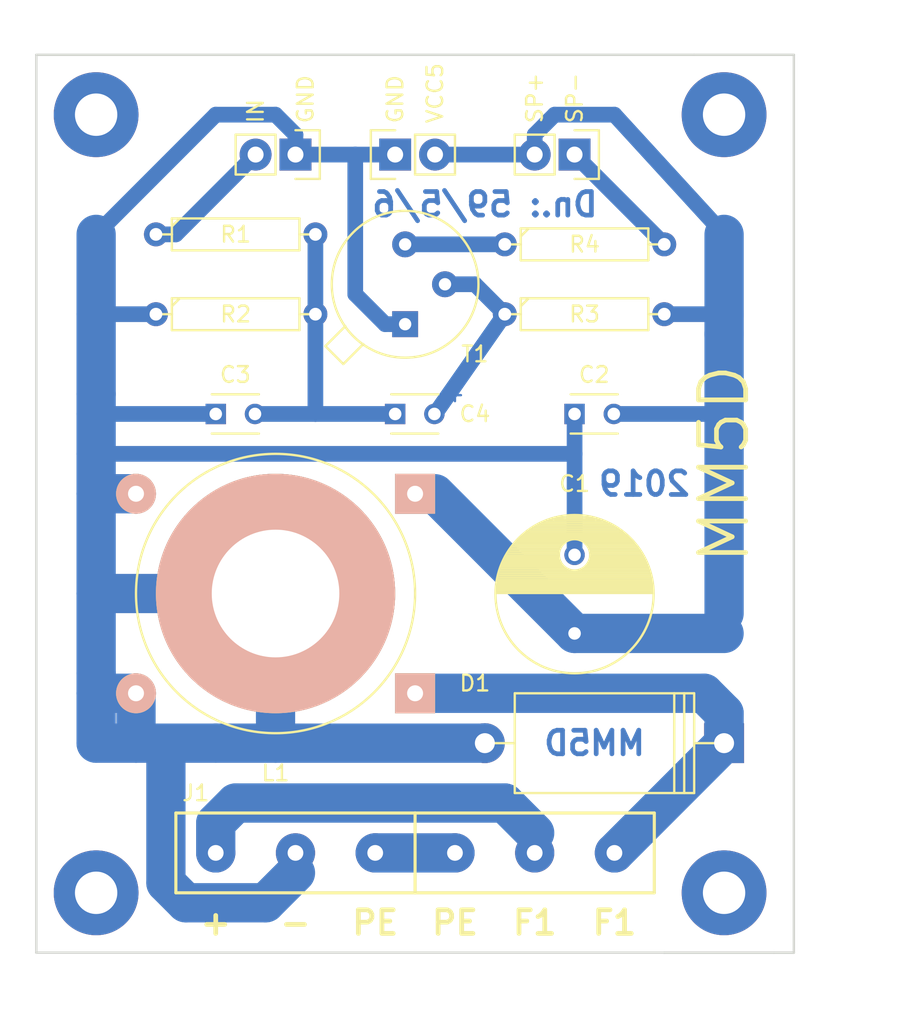
<source format=kicad_pcb>
(kicad_pcb (version 4) (host pcbnew 4.0.5+dfsg1-4)

  (general
    (links 0)
    (no_connects 0)
    (area 109.862857 65.015713 178.029999 132.240001)
    (thickness 1.6)
    (drawings 34)
    (tracks 74)
    (zones 0)
    (modules 24)
    (nets 1)
  )

  (page A4)
  (title_block
    (title "MM5D controlling and remote monitoring equipment")
    (date 2019-11-01)
    (rev 191101)
    (company "Pozsar Zsolt - http://www.szerafingomba.hu")
    (comment 4 "Draw no.: 59/5/6")
  )

  (layers
    (0 F.Cu signal)
    (31 B.Cu jumper)
    (32 B.Adhes user)
    (33 F.Adhes user)
    (34 B.Paste user)
    (35 F.Paste user)
    (36 B.SilkS user)
    (37 F.SilkS user)
    (38 B.Mask user)
    (39 F.Mask user)
    (40 Dwgs.User user)
    (41 Cmts.User user)
    (42 Eco1.User user)
    (43 Eco2.User user)
    (44 Edge.Cuts user)
    (45 Margin user)
    (46 B.CrtYd user)
    (47 F.CrtYd user)
    (48 B.Fab user)
    (49 F.Fab user)
  )

  (setup
    (last_trace_width 0.25)
    (user_trace_width 1)
    (user_trace_width 2.5)
    (trace_clearance 0.2)
    (zone_clearance 0.508)
    (zone_45_only no)
    (trace_min 0.2)
    (segment_width 0.2)
    (edge_width 0.15)
    (via_size 0.6)
    (via_drill 0.4)
    (via_min_size 0.4)
    (via_min_drill 0.3)
    (uvia_size 0.3)
    (uvia_drill 0.1)
    (uvias_allowed no)
    (uvia_min_size 0.2)
    (uvia_min_drill 0.1)
    (pcb_text_width 0.3)
    (pcb_text_size 1.5 1.5)
    (mod_edge_width 0.15)
    (mod_text_size 1 1)
    (mod_text_width 0.15)
    (pad_size 2.49936 2.49936)
    (pad_drill 1.00076)
    (pad_to_mask_clearance 0.2)
    (aux_axis_origin 0 0)
    (visible_elements 7FFEFF7F)
    (pcbplotparams
      (layerselection 0x00020_00000000)
      (usegerberextensions false)
      (excludeedgelayer false)
      (linewidth 0.150000)
      (plotframeref true)
      (viasonmask false)
      (mode 1)
      (useauxorigin false)
      (hpglpennumber 1)
      (hpglpenspeed 20)
      (hpglpendiameter 15)
      (hpglpenoverlay 2)
      (psnegative false)
      (psa4output false)
      (plotreference true)
      (plotvalue false)
      (plotinvisibletext false)
      (padsonsilk false)
      (subtractmaskfromsilk false)
      (outputformat 4)
      (mirror false)
      (drillshape 1)
      (scaleselection 1)
      (outputdirectory ""))
  )

  (net 0 "")

  (net_class Default "This is the default net class."
    (clearance 0.2)
    (trace_width 0.25)
    (via_dia 0.6)
    (via_drill 0.4)
    (uvia_dia 0.3)
    (uvia_drill 0.1)
  )

  (module Wire_Pads:SolderWirePad_single_1mmDrill (layer F.Cu) (tedit 5E483574) (tstamp 5E4F1990)
    (at 149.86 119.38)
    (fp_text reference REF** (at 0 -3.81) (layer F.SilkS) hide
      (effects (font (size 1 1) (thickness 0.15)))
    )
    (fp_text value SolderWirePad_single_1mmDrill (at -1.905 3.175) (layer F.Fab)
      (effects (font (size 1 1) (thickness 0.15)))
    )
    (pad 2 thru_hole circle (at 0 0) (size 2.49936 2.49936) (drill 1.00076) (layers *.Cu *.Mask))
  )

  (module Wire_Pads:SolderWirePad_single_1mmDrill (layer F.Cu) (tedit 5E4834AB) (tstamp 5E4F198C)
    (at 144.78 119.38)
    (fp_text reference REF** (at 0 -3.81) (layer F.SilkS) hide
      (effects (font (size 1 1) (thickness 0.15)))
    )
    (fp_text value SolderWirePad_single_1mmDrill (at -1.905 3.175) (layer F.Fab)
      (effects (font (size 1 1) (thickness 0.15)))
    )
    (pad 1 thru_hole circle (at 0 0) (size 2.49936 2.49936) (drill 1.00076) (layers *.Cu *.Mask))
  )

  (module Wire_Pads:SolderWirePad_single_1mmDrill (layer F.Cu) (tedit 5E48357A) (tstamp 5E4F1988)
    (at 154.94 119.38)
    (fp_text reference REF** (at 0 -3.81) (layer F.SilkS) hide
      (effects (font (size 1 1) (thickness 0.15)))
    )
    (fp_text value SolderWirePad_single_1mmDrill (at -1.905 3.175) (layer F.Fab)
      (effects (font (size 1 1) (thickness 0.15)))
    )
    (pad 3 thru_hole circle (at 0 0) (size 2.49936 2.49936) (drill 1.00076) (layers *.Cu *.Mask))
  )

  (module Wire_Pads:SolderWirePad_single_1mmDrill (layer F.Cu) (tedit 5E4834A7) (tstamp 5E4F1984)
    (at 139.7 119.38)
    (fp_text reference REF** (at 0 -3.81) (layer F.SilkS) hide
      (effects (font (size 1 1) (thickness 0.15)))
    )
    (fp_text value SolderWirePad_single_1mmDrill (at -1.905 3.175) (layer F.Fab)
      (effects (font (size 1 1) (thickness 0.15)))
    )
    (pad 3 thru_hole circle (at 0 0) (size 2.49936 2.49936) (drill 1.00076) (layers *.Cu *.Mask))
  )

  (module Wire_Pads:SolderWirePad_single_1mmDrill (layer F.Cu) (tedit 5E4834A3) (tstamp 5E4F1980)
    (at 134.62 119.38)
    (fp_text reference REF** (at 0 -3.81) (layer F.SilkS) hide
      (effects (font (size 1 1) (thickness 0.15)))
    )
    (fp_text value SolderWirePad_single_1mmDrill (at -1.905 3.175) (layer F.Fab)
      (effects (font (size 1 1) (thickness 0.15)))
    )
    (pad 2 thru_hole circle (at 0 0) (size 2.49936 2.49936) (drill 1.00076) (layers *.Cu *.Mask))
  )

  (module Pin_Headers:Pin_Header_Straight_1x02 (layer F.Cu) (tedit 5E482567) (tstamp 5E4823B8)
    (at 152.4 74.93 270)
    (descr "Through hole pin header")
    (tags "pin header")
    (fp_text reference REF** (at 0 -5.1 270) (layer F.SilkS) hide
      (effects (font (size 1 1) (thickness 0.15)))
    )
    (fp_text value Pin_Header_Straight_1x02 (at 0 -3.1 270) (layer F.Fab)
      (effects (font (size 1 1) (thickness 0.15)))
    )
    (fp_line (start 1.27 1.27) (end 1.27 3.81) (layer F.SilkS) (width 0.15))
    (fp_line (start 1.55 -1.55) (end 1.55 0) (layer F.SilkS) (width 0.15))
    (fp_line (start -1.75 -1.75) (end -1.75 4.3) (layer F.CrtYd) (width 0.05))
    (fp_line (start 1.75 -1.75) (end 1.75 4.3) (layer F.CrtYd) (width 0.05))
    (fp_line (start -1.75 -1.75) (end 1.75 -1.75) (layer F.CrtYd) (width 0.05))
    (fp_line (start -1.75 4.3) (end 1.75 4.3) (layer F.CrtYd) (width 0.05))
    (fp_line (start 1.27 1.27) (end -1.27 1.27) (layer F.SilkS) (width 0.15))
    (fp_line (start -1.55 0) (end -1.55 -1.55) (layer F.SilkS) (width 0.15))
    (fp_line (start -1.55 -1.55) (end 1.55 -1.55) (layer F.SilkS) (width 0.15))
    (fp_line (start -1.27 1.27) (end -1.27 3.81) (layer F.SilkS) (width 0.15))
    (fp_line (start -1.27 3.81) (end 1.27 3.81) (layer F.SilkS) (width 0.15))
    (pad 1 thru_hole rect (at 0 0 270) (size 2.032 2.032) (drill 1.016) (layers *.Cu *.Mask))
    (pad 2 thru_hole oval (at 0 2.54 270) (size 2.032 2.032) (drill 1.016) (layers *.Cu *.Mask))
    (model Pin_Headers.3dshapes/Pin_Header_Straight_1x02.wrl
      (at (xyz 0 -0.05 0))
      (scale (xyz 1 1 1))
      (rotate (xyz 0 0 90))
    )
  )

  (module Pin_Headers:Pin_Header_Straight_1x02 (layer F.Cu) (tedit 5E48256C) (tstamp 5E4823A8)
    (at 140.97 74.93 90)
    (descr "Through hole pin header")
    (tags "pin header")
    (fp_text reference REF** (at 0 -5.1 90) (layer F.SilkS) hide
      (effects (font (size 1 1) (thickness 0.15)))
    )
    (fp_text value Pin_Header_Straight_1x02 (at 0 -3.1 90) (layer F.Fab)
      (effects (font (size 1 1) (thickness 0.15)))
    )
    (fp_line (start 1.27 1.27) (end 1.27 3.81) (layer F.SilkS) (width 0.15))
    (fp_line (start 1.55 -1.55) (end 1.55 0) (layer F.SilkS) (width 0.15))
    (fp_line (start -1.75 -1.75) (end -1.75 4.3) (layer F.CrtYd) (width 0.05))
    (fp_line (start 1.75 -1.75) (end 1.75 4.3) (layer F.CrtYd) (width 0.05))
    (fp_line (start -1.75 -1.75) (end 1.75 -1.75) (layer F.CrtYd) (width 0.05))
    (fp_line (start -1.75 4.3) (end 1.75 4.3) (layer F.CrtYd) (width 0.05))
    (fp_line (start 1.27 1.27) (end -1.27 1.27) (layer F.SilkS) (width 0.15))
    (fp_line (start -1.55 0) (end -1.55 -1.55) (layer F.SilkS) (width 0.15))
    (fp_line (start -1.55 -1.55) (end 1.55 -1.55) (layer F.SilkS) (width 0.15))
    (fp_line (start -1.27 1.27) (end -1.27 3.81) (layer F.SilkS) (width 0.15))
    (fp_line (start -1.27 3.81) (end 1.27 3.81) (layer F.SilkS) (width 0.15))
    (pad 1 thru_hole rect (at 0 0 90) (size 2.032 2.032) (drill 1.016) (layers *.Cu *.Mask))
    (pad 2 thru_hole oval (at 0 2.54 90) (size 2.032 2.032) (drill 1.016) (layers *.Cu *.Mask))
    (model Pin_Headers.3dshapes/Pin_Header_Straight_1x02.wrl
      (at (xyz 0 -0.05 0))
      (scale (xyz 1 1 1))
      (rotate (xyz 0 0 90))
    )
  )

  (module Mounting_Holes:MountingHole_2.7mm_M2.5_Pad (layer F.Cu) (tedit 5D986516) (tstamp 5D95109B)
    (at 121.92 121.92)
    (descr "Mounting Hole 2.7mm, M2.5")
    (tags "mounting hole 2.7mm m2.5")
    (fp_text reference REF** (at 0 -6.35) (layer F.SilkS) hide
      (effects (font (size 1 1) (thickness 0.15)))
    )
    (fp_text value MountingHole_2.7mm_M2.5_Pad (at 0 -8.89) (layer F.Fab) hide
      (effects (font (size 1 1) (thickness 0.15)))
    )
    (fp_circle (center 0 0) (end 2.7 0) (layer Cmts.User) (width 0.15))
    (fp_circle (center 0 0) (end 2.95 0) (layer F.CrtYd) (width 0.05))
    (pad 1 thru_hole circle (at 0 0) (size 5.4 5.4) (drill 2.7) (layers *.Cu *.Mask))
  )

  (module Mounting_Holes:MountingHole_2.7mm_M2.5_Pad (layer F.Cu) (tedit 5D9864FF) (tstamp 5D951091)
    (at 161.925 121.92)
    (descr "Mounting Hole 2.7mm, M2.5")
    (tags "mounting hole 2.7mm m2.5")
    (fp_text reference REF** (at 0 -6.35) (layer F.SilkS) hide
      (effects (font (size 1 1) (thickness 0.15)))
    )
    (fp_text value MountingHole_2.7mm_M2.5_Pad (at 0 -8.89) (layer F.Fab) hide
      (effects (font (size 1 1) (thickness 0.15)))
    )
    (fp_circle (center 0 0) (end 2.7 0) (layer Cmts.User) (width 0.15))
    (fp_circle (center 0 0) (end 2.95 0) (layer F.CrtYd) (width 0.05))
    (pad 1 thru_hole circle (at 0 0) (size 5.4 5.4) (drill 2.7) (layers *.Cu *.Mask))
  )

  (module Mounting_Holes:MountingHole_2.7mm_M2.5_Pad (layer F.Cu) (tedit 5D98654C) (tstamp 5D9510AB)
    (at 161.925 72.39)
    (descr "Mounting Hole 2.7mm, M2.5")
    (tags "mounting hole 2.7mm m2.5")
    (fp_text reference REF** (at 0 5.715) (layer F.SilkS) hide
      (effects (font (size 1 1) (thickness 0.15)))
    )
    (fp_text value MountingHole_2.7mm_M2.5_Pad (at 0 8.255) (layer F.Fab) hide
      (effects (font (size 1 1) (thickness 0.15)))
    )
    (fp_circle (center 0 0) (end 2.7 0) (layer Cmts.User) (width 0.15))
    (fp_circle (center 0 0) (end 2.95 0) (layer F.CrtYd) (width 0.05))
    (pad 1 thru_hole circle (at 0 0) (size 5.4 5.4) (drill 2.7) (layers *.Cu *.Mask))
  )

  (module Mounting_Holes:MountingHole_2.7mm_M2.5_Pad (layer F.Cu) (tedit 5D98949B) (tstamp 5D9510B8)
    (at 121.92 72.39)
    (descr "Mounting Hole 2.7mm, M2.5")
    (tags "mounting hole 2.7mm m2.5")
    (fp_text reference REF** (at 0 5.715) (layer F.SilkS) hide
      (effects (font (size 1 1) (thickness 0.15)))
    )
    (fp_text value MountingHole_2.7mm_M2.5_Pad (at 0.635 8.255) (layer F.Fab) hide
      (effects (font (size 1 1) (thickness 0.15)))
    )
    (fp_circle (center 0 0) (end 2.7 0) (layer Cmts.User) (width 0.15))
    (fp_circle (center 0 0) (end 2.95 0) (layer F.CrtYd) (width 0.05))
    (pad 1 thru_hole circle (at 0 0) (size 5.4 5.4) (drill 2.7) (layers *.Cu *.Mask))
  )

  (module Pin_Headers:Pin_Header_Straight_1x02 (layer F.Cu) (tedit 5E482572) (tstamp 5D9922CC)
    (at 134.62 74.93 270)
    (descr "Through hole pin header")
    (tags "pin header")
    (fp_text reference REF** (at 0 -5.1 270) (layer F.SilkS) hide
      (effects (font (size 1 1) (thickness 0.15)))
    )
    (fp_text value Pin_Header_Straight_1x02 (at 0 -3.1 270) (layer F.Fab)
      (effects (font (size 1 1) (thickness 0.15)))
    )
    (fp_line (start 1.27 1.27) (end 1.27 3.81) (layer F.SilkS) (width 0.15))
    (fp_line (start 1.55 -1.55) (end 1.55 0) (layer F.SilkS) (width 0.15))
    (fp_line (start -1.75 -1.75) (end -1.75 4.3) (layer F.CrtYd) (width 0.05))
    (fp_line (start 1.75 -1.75) (end 1.75 4.3) (layer F.CrtYd) (width 0.05))
    (fp_line (start -1.75 -1.75) (end 1.75 -1.75) (layer F.CrtYd) (width 0.05))
    (fp_line (start -1.75 4.3) (end 1.75 4.3) (layer F.CrtYd) (width 0.05))
    (fp_line (start 1.27 1.27) (end -1.27 1.27) (layer F.SilkS) (width 0.15))
    (fp_line (start -1.55 0) (end -1.55 -1.55) (layer F.SilkS) (width 0.15))
    (fp_line (start -1.55 -1.55) (end 1.55 -1.55) (layer F.SilkS) (width 0.15))
    (fp_line (start -1.27 1.27) (end -1.27 3.81) (layer F.SilkS) (width 0.15))
    (fp_line (start -1.27 3.81) (end 1.27 3.81) (layer F.SilkS) (width 0.15))
    (pad 1 thru_hole rect (at 0 0 270) (size 2.032 2.032) (drill 1.016) (layers *.Cu *.Mask))
    (pad 2 thru_hole oval (at 0 2.54 270) (size 2.032 2.032) (drill 1.016) (layers *.Cu *.Mask))
    (model Pin_Headers.3dshapes/Pin_Header_Straight_1x02.wrl
      (at (xyz 0 -0.05 0))
      (scale (xyz 1 1 1))
      (rotate (xyz 0 0 90))
    )
  )

  (module Discret:R4 (layer F.Cu) (tedit 5E48379F) (tstamp 5E4B34B1)
    (at 153.035 80.645)
    (descr "Resitance 4 pas")
    (tags R)
    (fp_text reference R4 (at 0 0) (layer F.SilkS)
      (effects (font (size 1 1) (thickness 0.15)))
    )
    (fp_text value R4 (at 0 0) (layer F.Fab)
      (effects (font (size 1 1) (thickness 0.15)))
    )
    (fp_line (start -5.08 0) (end -4.064 0) (layer F.SilkS) (width 0.15))
    (fp_line (start -4.064 0) (end -4.064 -1.016) (layer F.SilkS) (width 0.15))
    (fp_line (start -4.064 -1.016) (end 4.064 -1.016) (layer F.SilkS) (width 0.15))
    (fp_line (start 4.064 -1.016) (end 4.064 1.016) (layer F.SilkS) (width 0.15))
    (fp_line (start 4.064 1.016) (end -4.064 1.016) (layer F.SilkS) (width 0.15))
    (fp_line (start -4.064 1.016) (end -4.064 0) (layer F.SilkS) (width 0.15))
    (fp_line (start -4.064 -0.508) (end -3.556 -1.016) (layer F.SilkS) (width 0.15))
    (fp_line (start 5.08 0) (end 4.064 0) (layer F.SilkS) (width 0.15))
    (pad 1 thru_hole circle (at -5.08 0) (size 1.524 1.524) (drill 0.8128) (layers *.Cu *.Mask))
    (pad 2 thru_hole circle (at 5.08 0) (size 1.524 1.524) (drill 0.8128) (layers *.Cu *.Mask))
    (model Discret.3dshapes/R4.wrl
      (at (xyz 0 0 0))
      (scale (xyz 0.4 0.4 0.4))
      (rotate (xyz 0 0 0))
    )
  )

  (module Discret:R4 (layer F.Cu) (tedit 5E483788) (tstamp 5E4B34CC)
    (at 130.81 80.01)
    (descr "Resitance 4 pas")
    (tags R)
    (fp_text reference R1 (at 0 0) (layer F.SilkS)
      (effects (font (size 1 1) (thickness 0.15)))
    )
    (fp_text value R4 (at 0 0) (layer F.Fab)
      (effects (font (size 1 1) (thickness 0.15)))
    )
    (fp_line (start -5.08 0) (end -4.064 0) (layer F.SilkS) (width 0.15))
    (fp_line (start -4.064 0) (end -4.064 -1.016) (layer F.SilkS) (width 0.15))
    (fp_line (start -4.064 -1.016) (end 4.064 -1.016) (layer F.SilkS) (width 0.15))
    (fp_line (start 4.064 -1.016) (end 4.064 1.016) (layer F.SilkS) (width 0.15))
    (fp_line (start 4.064 1.016) (end -4.064 1.016) (layer F.SilkS) (width 0.15))
    (fp_line (start -4.064 1.016) (end -4.064 0) (layer F.SilkS) (width 0.15))
    (fp_line (start -4.064 -0.508) (end -3.556 -1.016) (layer F.SilkS) (width 0.15))
    (fp_line (start 5.08 0) (end 4.064 0) (layer F.SilkS) (width 0.15))
    (pad 1 thru_hole circle (at -5.08 0) (size 1.524 1.524) (drill 0.8128) (layers *.Cu *.Mask))
    (pad 2 thru_hole circle (at 5.08 0) (size 1.524 1.524) (drill 0.8128) (layers *.Cu *.Mask))
    (model Discret.3dshapes/R4.wrl
      (at (xyz 0 0 0))
      (scale (xyz 0.4 0.4 0.4))
      (rotate (xyz 0 0 0))
    )
  )

  (module Discret:R4 (layer F.Cu) (tedit 5E48378C) (tstamp 5E4B34E7)
    (at 130.81 85.09)
    (descr "Resitance 4 pas")
    (tags R)
    (fp_text reference R2 (at 0 0) (layer F.SilkS)
      (effects (font (size 1 1) (thickness 0.15)))
    )
    (fp_text value R4 (at 0 0) (layer F.Fab)
      (effects (font (size 1 1) (thickness 0.15)))
    )
    (fp_line (start -5.08 0) (end -4.064 0) (layer F.SilkS) (width 0.15))
    (fp_line (start -4.064 0) (end -4.064 -1.016) (layer F.SilkS) (width 0.15))
    (fp_line (start -4.064 -1.016) (end 4.064 -1.016) (layer F.SilkS) (width 0.15))
    (fp_line (start 4.064 -1.016) (end 4.064 1.016) (layer F.SilkS) (width 0.15))
    (fp_line (start 4.064 1.016) (end -4.064 1.016) (layer F.SilkS) (width 0.15))
    (fp_line (start -4.064 1.016) (end -4.064 0) (layer F.SilkS) (width 0.15))
    (fp_line (start -4.064 -0.508) (end -3.556 -1.016) (layer F.SilkS) (width 0.15))
    (fp_line (start 5.08 0) (end 4.064 0) (layer F.SilkS) (width 0.15))
    (pad 1 thru_hole circle (at -5.08 0) (size 1.524 1.524) (drill 0.8128) (layers *.Cu *.Mask))
    (pad 2 thru_hole circle (at 5.08 0) (size 1.524 1.524) (drill 0.8128) (layers *.Cu *.Mask))
    (model Discret.3dshapes/R4.wrl
      (at (xyz 0 0 0))
      (scale (xyz 0.4 0.4 0.4))
      (rotate (xyz 0 0 0))
    )
  )

  (module Discret:R4 (layer F.Cu) (tedit 5E48379B) (tstamp 5E4B3502)
    (at 153.035 85.09)
    (descr "Resitance 4 pas")
    (tags R)
    (fp_text reference R3 (at 0 0) (layer F.SilkS)
      (effects (font (size 1 1) (thickness 0.15)))
    )
    (fp_text value R4 (at 0 0) (layer F.Fab)
      (effects (font (size 1 1) (thickness 0.15)))
    )
    (fp_line (start -5.08 0) (end -4.064 0) (layer F.SilkS) (width 0.15))
    (fp_line (start -4.064 0) (end -4.064 -1.016) (layer F.SilkS) (width 0.15))
    (fp_line (start -4.064 -1.016) (end 4.064 -1.016) (layer F.SilkS) (width 0.15))
    (fp_line (start 4.064 -1.016) (end 4.064 1.016) (layer F.SilkS) (width 0.15))
    (fp_line (start 4.064 1.016) (end -4.064 1.016) (layer F.SilkS) (width 0.15))
    (fp_line (start -4.064 1.016) (end -4.064 0) (layer F.SilkS) (width 0.15))
    (fp_line (start -4.064 -0.508) (end -3.556 -1.016) (layer F.SilkS) (width 0.15))
    (fp_line (start 5.08 0) (end 4.064 0) (layer F.SilkS) (width 0.15))
    (pad 1 thru_hole circle (at -5.08 0) (size 1.524 1.524) (drill 0.8128) (layers *.Cu *.Mask))
    (pad 2 thru_hole circle (at 5.08 0) (size 1.524 1.524) (drill 0.8128) (layers *.Cu *.Mask))
    (model Discret.3dshapes/R4.wrl
      (at (xyz 0 0 0))
      (scale (xyz 0.4 0.4 0.4))
      (rotate (xyz 0 0 0))
    )
  )

  (module Capacitors_THT:C_Disc_D3_P2.5 (layer F.Cu) (tedit 5E48374E) (tstamp 5E4B438A)
    (at 129.54 91.44)
    (descr "Capacitor 3mm Disc, Pitch 2.5mm")
    (tags Capacitor)
    (fp_text reference C3 (at 1.25 -2.5) (layer F.SilkS)
      (effects (font (size 1 1) (thickness 0.15)))
    )
    (fp_text value C_Disc_D3_P2.5 (at 1.25 2.5) (layer F.Fab)
      (effects (font (size 1 1) (thickness 0.15)))
    )
    (fp_line (start -0.9 -1.5) (end 3.4 -1.5) (layer F.CrtYd) (width 0.05))
    (fp_line (start 3.4 -1.5) (end 3.4 1.5) (layer F.CrtYd) (width 0.05))
    (fp_line (start 3.4 1.5) (end -0.9 1.5) (layer F.CrtYd) (width 0.05))
    (fp_line (start -0.9 1.5) (end -0.9 -1.5) (layer F.CrtYd) (width 0.05))
    (fp_line (start -0.25 -1.25) (end 2.75 -1.25) (layer F.SilkS) (width 0.15))
    (fp_line (start 2.75 1.25) (end -0.25 1.25) (layer F.SilkS) (width 0.15))
    (pad 1 thru_hole rect (at 0 0) (size 1.3 1.3) (drill 0.8) (layers *.Cu *.Mask))
    (pad 2 thru_hole circle (at 2.5 0) (size 1.3 1.3) (drill 0.8001) (layers *.Cu *.Mask))
    (model Capacitors_ThroughHole.3dshapes/C_Disc_D3_P2.5.wrl
      (at (xyz 0.0492126 0 0))
      (scale (xyz 1 1 1))
      (rotate (xyz 0 0 0))
    )
  )

  (module Capacitors_THT:C_Disc_D3_P2.5 (layer F.Cu) (tedit 5E483765) (tstamp 5E4B43A1)
    (at 152.4 91.44)
    (descr "Capacitor 3mm Disc, Pitch 2.5mm")
    (tags Capacitor)
    (fp_text reference C2 (at 1.25 -2.5) (layer F.SilkS)
      (effects (font (size 1 1) (thickness 0.15)))
    )
    (fp_text value C_Disc_D3_P2.5 (at 1.25 2.5) (layer F.Fab)
      (effects (font (size 1 1) (thickness 0.15)))
    )
    (fp_line (start -0.9 -1.5) (end 3.4 -1.5) (layer F.CrtYd) (width 0.05))
    (fp_line (start 3.4 -1.5) (end 3.4 1.5) (layer F.CrtYd) (width 0.05))
    (fp_line (start 3.4 1.5) (end -0.9 1.5) (layer F.CrtYd) (width 0.05))
    (fp_line (start -0.9 1.5) (end -0.9 -1.5) (layer F.CrtYd) (width 0.05))
    (fp_line (start -0.25 -1.25) (end 2.75 -1.25) (layer F.SilkS) (width 0.15))
    (fp_line (start 2.75 1.25) (end -0.25 1.25) (layer F.SilkS) (width 0.15))
    (pad 1 thru_hole rect (at 0 0) (size 1.3 1.3) (drill 0.8) (layers *.Cu *.Mask))
    (pad 2 thru_hole circle (at 2.5 0) (size 1.3 1.3) (drill 0.8001) (layers *.Cu *.Mask))
    (model Capacitors_ThroughHole.3dshapes/C_Disc_D3_P2.5.wrl
      (at (xyz 0.0492126 0 0))
      (scale (xyz 1 1 1))
      (rotate (xyz 0 0 0))
    )
  )

  (module TO_SOT_Packages_THT:TO39EBC (layer F.Cu) (tedit 5E483733) (tstamp 5E4B7301)
    (at 141.605 85.725 90)
    (descr "Transistor TO38")
    (tags TO38)
    (fp_text reference T1 (at -1.905 4.445 180) (layer F.SilkS)
      (effects (font (size 1 1) (thickness 0.15)))
    )
    (fp_text value TO39EBC (at 2.54 -1.778 90) (layer F.Fab)
      (effects (font (size 1 1) (thickness 0.15)))
    )
    (fp_line (start -1.27 -2.667) (end -2.54 -3.937) (layer F.SilkS) (width 0.15))
    (fp_line (start -0.127 -3.81) (end -1.397 -5.08) (layer F.SilkS) (width 0.15))
    (fp_line (start -1.397 -5.08) (end -2.54 -3.937) (layer F.SilkS) (width 0.15))
    (fp_circle (center 2.54 0) (end 5.715 3.429) (layer F.SilkS) (width 0.15))
    (pad 3 thru_hole circle (at 5.08 0 90) (size 1.651 1.651) (drill 0.7874) (layers *.Cu *.Mask))
    (pad 2 thru_hole circle (at 2.54 2.54 90) (size 1.651 1.651) (drill 0.7874) (layers *.Cu *.Mask))
    (pad 1 thru_hole rect (at 0 0 90) (size 1.651 1.651) (drill 0.7874) (layers *.Cu *.Mask))
    (model TO_SOT_Packages_THT.3dshapes/TO39EBC.wrl
      (at (xyz 0 0 0))
      (scale (xyz 1 1 1))
      (rotate (xyz 0 0 0))
    )
  )

  (module Capacitors_THT:C_Radial_D10_L20_P5 (layer F.Cu) (tedit 5E48370E) (tstamp 5E4B9133)
    (at 152.4 105.41 90)
    (descr "Radial Electrolytic Capacitor Diameter 10mm x Length 20mm, Pitch 5mm")
    (tags "Electrolytic Capacitor")
    (fp_text reference C1 (at 9.525 0 180) (layer F.SilkS)
      (effects (font (size 1 1) (thickness 0.15)))
    )
    (fp_text value C_Radial_D10_L20_P5 (at 2.5 6.3 90) (layer F.Fab)
      (effects (font (size 1 1) (thickness 0.15)))
    )
    (fp_line (start 2.575 -4.999) (end 2.575 4.999) (layer F.SilkS) (width 0.15))
    (fp_line (start 2.715 -4.995) (end 2.715 4.995) (layer F.SilkS) (width 0.15))
    (fp_line (start 2.855 -4.987) (end 2.855 4.987) (layer F.SilkS) (width 0.15))
    (fp_line (start 2.995 -4.975) (end 2.995 4.975) (layer F.SilkS) (width 0.15))
    (fp_line (start 3.135 -4.96) (end 3.135 4.96) (layer F.SilkS) (width 0.15))
    (fp_line (start 3.275 -4.94) (end 3.275 4.94) (layer F.SilkS) (width 0.15))
    (fp_line (start 3.415 -4.916) (end 3.415 4.916) (layer F.SilkS) (width 0.15))
    (fp_line (start 3.555 -4.887) (end 3.555 4.887) (layer F.SilkS) (width 0.15))
    (fp_line (start 3.695 -4.855) (end 3.695 4.855) (layer F.SilkS) (width 0.15))
    (fp_line (start 3.835 -4.818) (end 3.835 4.818) (layer F.SilkS) (width 0.15))
    (fp_line (start 3.975 -4.777) (end 3.975 4.777) (layer F.SilkS) (width 0.15))
    (fp_line (start 4.115 -4.732) (end 4.115 -0.466) (layer F.SilkS) (width 0.15))
    (fp_line (start 4.115 0.466) (end 4.115 4.732) (layer F.SilkS) (width 0.15))
    (fp_line (start 4.255 -4.682) (end 4.255 -0.667) (layer F.SilkS) (width 0.15))
    (fp_line (start 4.255 0.667) (end 4.255 4.682) (layer F.SilkS) (width 0.15))
    (fp_line (start 4.395 -4.627) (end 4.395 -0.796) (layer F.SilkS) (width 0.15))
    (fp_line (start 4.395 0.796) (end 4.395 4.627) (layer F.SilkS) (width 0.15))
    (fp_line (start 4.535 -4.567) (end 4.535 -0.885) (layer F.SilkS) (width 0.15))
    (fp_line (start 4.535 0.885) (end 4.535 4.567) (layer F.SilkS) (width 0.15))
    (fp_line (start 4.675 -4.502) (end 4.675 -0.946) (layer F.SilkS) (width 0.15))
    (fp_line (start 4.675 0.946) (end 4.675 4.502) (layer F.SilkS) (width 0.15))
    (fp_line (start 4.815 -4.432) (end 4.815 -0.983) (layer F.SilkS) (width 0.15))
    (fp_line (start 4.815 0.983) (end 4.815 4.432) (layer F.SilkS) (width 0.15))
    (fp_line (start 4.955 -4.356) (end 4.955 -0.999) (layer F.SilkS) (width 0.15))
    (fp_line (start 4.955 0.999) (end 4.955 4.356) (layer F.SilkS) (width 0.15))
    (fp_line (start 5.095 -4.274) (end 5.095 -0.995) (layer F.SilkS) (width 0.15))
    (fp_line (start 5.095 0.995) (end 5.095 4.274) (layer F.SilkS) (width 0.15))
    (fp_line (start 5.235 -4.186) (end 5.235 -0.972) (layer F.SilkS) (width 0.15))
    (fp_line (start 5.235 0.972) (end 5.235 4.186) (layer F.SilkS) (width 0.15))
    (fp_line (start 5.375 -4.091) (end 5.375 -0.927) (layer F.SilkS) (width 0.15))
    (fp_line (start 5.375 0.927) (end 5.375 4.091) (layer F.SilkS) (width 0.15))
    (fp_line (start 5.515 -3.989) (end 5.515 -0.857) (layer F.SilkS) (width 0.15))
    (fp_line (start 5.515 0.857) (end 5.515 3.989) (layer F.SilkS) (width 0.15))
    (fp_line (start 5.655 -3.879) (end 5.655 -0.756) (layer F.SilkS) (width 0.15))
    (fp_line (start 5.655 0.756) (end 5.655 3.879) (layer F.SilkS) (width 0.15))
    (fp_line (start 5.795 -3.761) (end 5.795 -0.607) (layer F.SilkS) (width 0.15))
    (fp_line (start 5.795 0.607) (end 5.795 3.761) (layer F.SilkS) (width 0.15))
    (fp_line (start 5.935 -3.633) (end 5.935 -0.355) (layer F.SilkS) (width 0.15))
    (fp_line (start 5.935 0.355) (end 5.935 3.633) (layer F.SilkS) (width 0.15))
    (fp_line (start 6.075 -3.496) (end 6.075 3.496) (layer F.SilkS) (width 0.15))
    (fp_line (start 6.215 -3.346) (end 6.215 3.346) (layer F.SilkS) (width 0.15))
    (fp_line (start 6.355 -3.184) (end 6.355 3.184) (layer F.SilkS) (width 0.15))
    (fp_line (start 6.495 -3.007) (end 6.495 3.007) (layer F.SilkS) (width 0.15))
    (fp_line (start 6.635 -2.811) (end 6.635 2.811) (layer F.SilkS) (width 0.15))
    (fp_line (start 6.775 -2.593) (end 6.775 2.593) (layer F.SilkS) (width 0.15))
    (fp_line (start 6.915 -2.347) (end 6.915 2.347) (layer F.SilkS) (width 0.15))
    (fp_line (start 7.055 -2.062) (end 7.055 2.062) (layer F.SilkS) (width 0.15))
    (fp_line (start 7.195 -1.72) (end 7.195 1.72) (layer F.SilkS) (width 0.15))
    (fp_line (start 7.335 -1.274) (end 7.335 1.274) (layer F.SilkS) (width 0.15))
    (fp_line (start 7.475 -0.499) (end 7.475 0.499) (layer F.SilkS) (width 0.15))
    (fp_circle (center 5 0) (end 5 -1) (layer F.SilkS) (width 0.15))
    (fp_circle (center 2.5 0) (end 2.5 -5.0375) (layer F.SilkS) (width 0.15))
    (fp_circle (center 2.5 0) (end 2.5 -5.3) (layer F.CrtYd) (width 0.05))
    (pad 1 thru_hole rect (at 0 0 90) (size 1.3 1.3) (drill 0.8) (layers *.Cu *.Mask))
    (pad 2 thru_hole circle (at 5 0 90) (size 1.3 1.3) (drill 0.8) (layers *.Cu *.Mask))
    (model Capacitors_ThroughHole.3dshapes/C_Radial_D10_L20_P5.wrl
      (at (xyz 0 0 0))
      (scale (xyz 1 1 1))
      (rotate (xyz 0 0 0))
    )
  )

  (module Discret:D6 (layer F.Cu) (tedit 5E48370B) (tstamp 5E4BA0F2)
    (at 154.305 112.395)
    (descr "Diode 6 pas")
    (tags DIODE)
    (fp_text reference D1 (at -8.255 -3.81) (layer F.SilkS)
      (effects (font (size 1 1) (thickness 0.15)))
    )
    (fp_text value D6 (at -0.635 -1.27) (layer F.Fab)
      (effects (font (size 1 1) (thickness 0.15)))
    )
    (fp_line (start -5.715 -3.175) (end -5.715 3.175) (layer F.SilkS) (width 0.15))
    (fp_line (start -5.715 3.175) (end 5.715 3.175) (layer F.SilkS) (width 0.15))
    (fp_line (start 5.715 3.175) (end 5.715 -3.175) (layer F.SilkS) (width 0.15))
    (fp_line (start 5.715 -3.175) (end -5.715 -3.175) (layer F.SilkS) (width 0.15))
    (fp_line (start 5.08 -3.175) (end 5.08 3.175) (layer F.SilkS) (width 0.15))
    (fp_line (start 4.445 3.175) (end 4.445 -3.175) (layer F.SilkS) (width 0.15))
    (fp_line (start 5.715 0) (end 7.62 0) (layer F.SilkS) (width 0.15))
    (fp_line (start -5.715 0) (end -7.62 0) (layer F.SilkS) (width 0.15))
    (pad 2 thru_hole circle (at -7.62 0) (size 2.54 2.54) (drill 1.27) (layers *.Cu *.Mask))
    (pad 1 thru_hole rect (at 7.62 0) (size 2.54 2.54) (drill 1.27) (layers *.Cu *.Mask))
    (model Discret.3dshapes/D6.wrl
      (at (xyz 0 0 0))
      (scale (xyz 0.6 0.6 0.6))
      (rotate (xyz 0 0 0))
    )
  )

  (module Capacitors_THT:C_Disc_D3_P2.5 (layer F.Cu) (tedit 5E483775) (tstamp 5E4BCC4D)
    (at 140.97 91.44)
    (descr "Capacitor 3mm Disc, Pitch 2.5mm")
    (tags Capacitor)
    (fp_text reference C4 (at 5.08 0) (layer F.SilkS)
      (effects (font (size 1 1) (thickness 0.15)))
    )
    (fp_text value C_Disc_D3_P2.5 (at 1.25 2.5) (layer F.Fab)
      (effects (font (size 1 1) (thickness 0.15)))
    )
    (fp_line (start -0.9 -1.5) (end 3.4 -1.5) (layer F.CrtYd) (width 0.05))
    (fp_line (start 3.4 -1.5) (end 3.4 1.5) (layer F.CrtYd) (width 0.05))
    (fp_line (start 3.4 1.5) (end -0.9 1.5) (layer F.CrtYd) (width 0.05))
    (fp_line (start -0.9 1.5) (end -0.9 -1.5) (layer F.CrtYd) (width 0.05))
    (fp_line (start -0.25 -1.25) (end 2.75 -1.25) (layer F.SilkS) (width 0.15))
    (fp_line (start 2.75 1.25) (end -0.25 1.25) (layer F.SilkS) (width 0.15))
    (pad 1 thru_hole rect (at 0 0) (size 1.3 1.3) (drill 0.8) (layers *.Cu *.Mask))
    (pad 2 thru_hole circle (at 2.5 0) (size 1.3 1.3) (drill 0.8001) (layers *.Cu *.Mask))
    (model Capacitors_ThroughHole.3dshapes/C_Disc_D3_P2.5.wrl
      (at (xyz 0.0492126 0 0))
      (scale (xyz 1 1 1))
      (rotate (xyz 0 0 0))
    )
  )

  (module Choke_Toroid_ThroughHole:Transformer_Toroid_horizontal_Diameter18mm (layer F.Cu) (tedit 5E483702) (tstamp 5E4C0AEF)
    (at 133.35 102.87)
    (fp_text reference L1 (at 0 11.43) (layer F.SilkS)
      (effects (font (size 1 1) (thickness 0.15)))
    )
    (fp_text value Transformer_Toroid_horizontal_Diameter18mm (at 0 10.16) (layer F.Fab)
      (effects (font (size 1 1) (thickness 0.15)))
    )
    (fp_circle (center 0 0) (end 8.89 0) (layer F.SilkS) (width 0.15))
    (pad "" thru_hole circle (at 0 0) (size 15.24 15.24) (drill 8.128) (layers *.Cu *.SilkS *.Mask))
    (pad 1 thru_hole circle (at -8.89 -6.35) (size 2.54 2.54) (drill 1.016) (layers *.Cu *.SilkS *.Mask))
    (pad 2 thru_hole circle (at -8.89 6.35) (size 2.54 2.54) (drill 1.016) (layers *.Cu *.SilkS *.Mask))
    (pad 3 thru_hole rect (at 8.89 -6.35) (size 2.54 2.54) (drill 1.016) (layers *.Cu *.SilkS *.Mask))
    (pad 4 thru_hole rect (at 8.89 6.35) (size 2.54 2.54) (drill 1.016) (layers *.Cu *.SilkS *.Mask))
  )

  (module Wire_Pads:SolderWirePad_single_1mmDrill (layer F.Cu) (tedit 5E48349E) (tstamp 5E4F196F)
    (at 129.54 119.38)
    (fp_text reference J1 (at -1.27 -3.81) (layer F.SilkS)
      (effects (font (size 1 1) (thickness 0.15)))
    )
    (fp_text value SolderWirePad_single_1mmDrill (at -1.905 3.175) (layer F.Fab)
      (effects (font (size 1 1) (thickness 0.15)))
    )
    (pad 1 thru_hole circle (at 0 0) (size 2.49936 2.49936) (drill 1.00076) (layers *.Cu *.Mask))
  )

  (gr_text MM5D (at 153.67 112.395) (layer B.Cu)
    (effects (font (size 1.5 1.5) (thickness 0.3)) (justify mirror))
  )
  (gr_text "Dn.: 59/5/6" (at 146.685 78.105) (layer B.Cu)
    (effects (font (size 1.5 1.5) (thickness 0.3)) (justify mirror))
  )
  (gr_text 2019 (at 156.845 95.885) (layer B.Cu)
    (effects (font (size 1.5 1.5) (thickness 0.3)) (justify mirror))
  )
  (gr_text MM5D (at 161.925 94.615 90) (layer F.SilkS)
    (effects (font (size 3 3) (thickness 0.3)))
  )
  (gr_text PE (at 144.78 123.825) (layer F.SilkS)
    (effects (font (size 1.5 1.5) (thickness 0.3)))
  )
  (gr_text F1 (at 154.94 123.825) (layer F.SilkS)
    (effects (font (size 1.5 1.5) (thickness 0.3)))
  )
  (gr_text F1 (at 149.86 123.825) (layer F.SilkS)
    (effects (font (size 1.5 1.5) (thickness 0.3)))
  )
  (gr_text PE (at 139.7 123.825) (layer F.SilkS)
    (effects (font (size 1.5 1.5) (thickness 0.3)))
  )
  (gr_text - (at 134.62 123.825) (layer F.SilkS)
    (effects (font (size 1.5 1.5) (thickness 0.3)))
  )
  (gr_text + (at 129.54 123.825) (layer F.SilkS)
    (effects (font (size 1.5 1.5) (thickness 0.3)))
  )
  (gr_line (start 157.48 121.92) (end 142.24 121.92) (angle 90) (layer F.SilkS) (width 0.2))
  (gr_line (start 157.48 116.84) (end 157.48 121.92) (angle 90) (layer F.SilkS) (width 0.2))
  (gr_line (start 142.24 116.84) (end 157.48 116.84) (angle 90) (layer F.SilkS) (width 0.2))
  (gr_line (start 127 116.84) (end 127 121.92) (angle 90) (layer F.SilkS) (width 0.2))
  (gr_line (start 142.24 116.84) (end 127 116.84) (angle 90) (layer F.SilkS) (width 0.2))
  (gr_line (start 142.24 121.92) (end 142.24 116.84) (angle 90) (layer F.SilkS) (width 0.2))
  (gr_line (start 127 121.92) (end 142.24 121.92) (angle 90) (layer F.SilkS) (width 0.2))
  (gr_text + (at 144.78 90.17) (layer B.Cu)
    (effects (font (size 1 1) (thickness 0.15)) (justify mirror))
  )
  (gr_text IN (at 132.08 73.025 90) (layer F.SilkS)
    (effects (font (size 1 1) (thickness 0.15)) (justify left))
  )
  (gr_text GND (at 135.255 73.025 90) (layer F.SilkS)
    (effects (font (size 1 1) (thickness 0.15)) (justify left))
  )
  (gr_text SP- (at 152.4 73.025 90) (layer F.SilkS)
    (effects (font (size 1 1) (thickness 0.15)) (justify left))
  )
  (gr_text SP+ (at 149.86 73.025 90) (layer F.SilkS)
    (effects (font (size 1 1) (thickness 0.15)) (justify left))
  )
  (gr_text GND (at 140.97 73.025 90) (layer F.SilkS)
    (effects (font (size 1 1) (thickness 0.15)) (justify left))
  )
  (gr_text VCC5 (at 143.51 73.025 90) (layer F.SilkS)
    (effects (font (size 1 1) (thickness 0.15)) (justify left))
  )
  (dimension 57.15 (width 0.3) (layer Dwgs.User)
    (gr_text "57,150 mm" (at 171.529999 97.155 90) (layer Dwgs.User)
      (effects (font (size 1.5 1.5) (thickness 0.3)))
    )
    (feature1 (pts (xy 166.37 68.58) (xy 172.879999 68.58)))
    (feature2 (pts (xy 166.37 125.73) (xy 172.879999 125.73)))
    (crossbar (pts (xy 170.179999 125.73) (xy 170.179999 68.58)))
    (arrow1a (pts (xy 170.179999 68.58) (xy 170.76642 69.706504)))
    (arrow1b (pts (xy 170.179999 68.58) (xy 169.593578 69.706504)))
    (arrow2a (pts (xy 170.179999 125.73) (xy 170.76642 124.603496)))
    (arrow2b (pts (xy 170.179999 125.73) (xy 169.593578 124.603496)))
  )
  (dimension 48.26 (width 0.3) (layer Dwgs.User)
    (gr_text "48,260 mm" (at 142.24 130.89) (layer Dwgs.User)
      (effects (font (size 1.5 1.5) (thickness 0.3)))
    )
    (feature1 (pts (xy 166.37 125.73) (xy 166.37 132.24)))
    (feature2 (pts (xy 118.11 125.73) (xy 118.11 132.24)))
    (crossbar (pts (xy 118.11 129.54) (xy 166.37 129.54)))
    (arrow1a (pts (xy 166.37 129.54) (xy 165.243496 130.126421)))
    (arrow1b (pts (xy 166.37 129.54) (xy 165.243496 128.953579)))
    (arrow2a (pts (xy 118.11 129.54) (xy 119.236504 130.126421)))
    (arrow2b (pts (xy 118.11 129.54) (xy 119.236504 128.953579)))
  )
  (gr_line (start 118.11 68.58) (end 160.02 68.58) (angle 90) (layer Edge.Cuts) (width 0.15))
  (gr_line (start 118.11 125.73) (end 118.11 68.58) (angle 90) (layer Edge.Cuts) (width 0.15))
  (gr_line (start 158.115 125.73) (end 118.11 125.73) (angle 90) (layer Edge.Cuts) (width 0.15))
  (gr_line (start 166.37 125.73) (end 158.115 125.73) (angle 90) (layer Edge.Cuts) (width 0.15))
  (gr_line (start 166.37 68.58) (end 166.37 125.73) (angle 90) (layer Edge.Cuts) (width 0.15))
  (gr_line (start 160.02 68.58) (end 166.37 68.58) (angle 90) (layer Edge.Cuts) (width 0.15))
  (gr_line (start 165.1 125.73) (end 166.37 125.73) (angle 90) (layer Edge.Cuts) (width 0.15))
  (gr_line (start 158.115 125.73) (end 165.1 125.73) (angle 90) (layer Edge.Cuts) (width 0.15))

  (segment (start 133.35 102.87) (end 133.35 112.395) (width 2.5) (layer B.Cu) (net 0))
  (segment (start 133.35 102.87) (end 121.92 102.87) (width 2.5) (layer B.Cu) (net 0))
  (segment (start 124.46 109.22) (end 124.46 112.395) (width 2.5) (layer B.Cu) (net 0))
  (segment (start 124.46 109.22) (end 121.92 109.22) (width 2.5) (layer B.Cu) (net 0))
  (segment (start 124.46 96.52) (end 121.92 96.52) (width 2.5) (layer B.Cu) (net 0))
  (segment (start 134.62 119.38) (end 134.62 120.65) (width 1) (layer B.Cu) (net 0))
  (segment (start 126.365 121.285) (end 126.365 113.03) (width 2.5) (layer B.Cu) (net 0) (tstamp 5E4F1A23))
  (segment (start 127.635 122.555) (end 126.365 121.285) (width 2.5) (layer B.Cu) (net 0) (tstamp 5E4F1A22))
  (segment (start 132.715 122.555) (end 127.635 122.555) (width 2.5) (layer B.Cu) (net 0) (tstamp 5E4F1A21))
  (segment (start 134.62 120.65) (end 132.715 122.555) (width 2.5) (layer B.Cu) (net 0) (tstamp 5E4F1A20))
  (segment (start 149.86 119.38) (end 149.86 118.11) (width 1) (layer B.Cu) (net 0))
  (segment (start 129.54 117.475) (end 129.54 119.38) (width 2.5) (layer B.Cu) (net 0) (tstamp 5E4F1A1D))
  (segment (start 130.81 116.205) (end 129.54 117.475) (width 2.5) (layer B.Cu) (net 0) (tstamp 5E4F1A1C))
  (segment (start 147.955 116.205) (end 130.81 116.205) (width 2.5) (layer B.Cu) (net 0) (tstamp 5E4F1A1B))
  (segment (start 149.86 118.11) (end 147.955 116.205) (width 2.5) (layer B.Cu) (net 0) (tstamp 5E4F1A1A))
  (segment (start 154.94 119.38) (end 161.925 112.395) (width 2.5) (layer B.Cu) (net 0))
  (segment (start 142.24 109.22) (end 160.655 109.22) (width 2.5) (layer B.Cu) (net 0))
  (segment (start 161.925 110.49) (end 161.925 112.395) (width 2.5) (layer B.Cu) (net 0) (tstamp 5E4F1A15))
  (segment (start 160.655 109.22) (end 161.925 110.49) (width 2.5) (layer B.Cu) (net 0) (tstamp 5E4F1A14))
  (segment (start 139.7 119.38) (end 144.78 119.38) (width 2.5) (layer B.Cu) (net 0))
  (segment (start 142.24 96.52) (end 143.51 96.52) (width 1) (layer B.Cu) (net 0) (status 30))
  (segment (start 143.51 96.52) (end 152.4 105.41) (width 2.5) (layer B.Cu) (net 0) (tstamp 5E4C0C11) (status 20))
  (segment (start 152.4 93.98) (end 152.4 100.41) (width 1) (layer B.Cu) (net 0) (status 20))
  (segment (start 152.4 105.41) (end 161.925 105.41) (width 2.5) (layer B.Cu) (net 0) (status 10))
  (segment (start 146.685 112.395) (end 133.35 112.395) (width 2.5) (layer B.Cu) (net 0) (status 10))
  (segment (start 133.35 112.395) (end 129.54 112.395) (width 2.5) (layer B.Cu) (net 0) (tstamp 5E4F1AC4) (status 10))
  (segment (start 129.54 112.395) (end 124.46 112.395) (width 2.5) (layer B.Cu) (net 0) (tstamp 5E4F1997))
  (segment (start 124.46 112.395) (end 121.92 112.395) (width 2.5) (layer B.Cu) (net 0) (tstamp 5E4F1A78))
  (segment (start 121.92 112.395) (end 121.92 109.22) (width 2.5) (layer B.Cu) (net 0) (tstamp 5E4C0C06))
  (segment (start 121.92 107.95) (end 121.92 102.87) (width 2.5) (layer B.Cu) (net 0) (tstamp 5E4C0B44))
  (segment (start 121.92 102.87) (end 121.92 96.52) (width 2.5) (layer B.Cu) (net 0) (tstamp 5E4F1A7C))
  (segment (start 121.92 96.52) (end 121.92 93.98) (width 2.5) (layer B.Cu) (net 0) (tstamp 5E4F1A70))
  (segment (start 121.92 109.22) (end 121.92 107.95) (width 2.5) (layer B.Cu) (net 0) (tstamp 5E4F1A74))
  (segment (start 161.925 86.36) (end 161.925 104.14) (width 2.5) (layer B.Cu) (net 0) (tstamp 5E4BCD23))
  (segment (start 161.925 86.36) (end 161.925 85.09) (width 2.5) (layer B.Cu) (net 0) (tstamp 5E4B4418))
  (segment (start 161.925 105.41) (end 161.925 104.14) (width 1) (layer B.Cu) (net 0) (tstamp 5E4C0C0C))
  (segment (start 154.9 91.44) (end 161.29 91.44) (width 1) (layer B.Cu) (net 0))
  (segment (start 121.92 93.98) (end 152.4 93.98) (width 1) (layer B.Cu) (net 0))
  (segment (start 152.4 93.98) (end 152.4 91.44) (width 1) (layer B.Cu) (net 0) (tstamp 5E4C0B48))
  (segment (start 129.54 91.44) (end 121.92 91.44) (width 1) (layer B.Cu) (net 0))
  (segment (start 135.89 91.44) (end 140.97 91.44) (width 1) (layer B.Cu) (net 0))
  (segment (start 143.47 91.44) (end 143.51 91.44) (width 1) (layer B.Cu) (net 0) (status 30))
  (segment (start 143.51 91.44) (end 147.955 85.09) (width 1) (layer B.Cu) (net 0) (tstamp 5E4BCC67) (status 10))
  (segment (start 135.89 85.09) (end 135.89 91.44) (width 1) (layer B.Cu) (net 0))
  (segment (start 132.04 91.44) (end 135.89 91.44) (width 1) (layer B.Cu) (net 0) (status 10))
  (segment (start 141.605 85.725) (end 140.335 85.725) (width 1) (layer B.Cu) (net 0))
  (segment (start 138.43 83.82) (end 138.43 74.93) (width 1) (layer B.Cu) (net 0) (tstamp 5E4B7324))
  (segment (start 140.335 85.725) (end 138.43 83.82) (width 1) (layer B.Cu) (net 0) (tstamp 5E4B7323))
  (segment (start 144.145 83.185) (end 146.05 83.185) (width 1) (layer B.Cu) (net 0))
  (segment (start 146.05 83.185) (end 147.955 85.09) (width 1) (layer B.Cu) (net 0) (tstamp 5E4B731A))
  (segment (start 141.605 80.645) (end 147.955 80.645) (width 1) (layer B.Cu) (net 0))
  (segment (start 135.89 80.01) (end 135.89 85.09) (width 1) (layer B.Cu) (net 0))
  (segment (start 125.73 80.01) (end 127 80.01) (width 1) (layer B.Cu) (net 0))
  (segment (start 127 80.01) (end 132.08 74.93) (width 1) (layer B.Cu) (net 0) (tstamp 5E4B4420))
  (segment (start 125.73 85.09) (end 121.92 85.09) (width 1) (layer B.Cu) (net 0))
  (segment (start 152.4 74.93) (end 158.115 80.645) (width 1) (layer B.Cu) (net 0))
  (segment (start 158.115 85.09) (end 161.925 85.09) (width 1) (layer B.Cu) (net 0))
  (segment (start 134.62 74.93) (end 134.62 73.66) (width 1) (layer B.Cu) (net 0))
  (segment (start 121.92 80.01) (end 121.92 85.09) (width 2.5) (layer B.Cu) (net 0) (tstamp 5E482543))
  (segment (start 121.92 85.09) (end 121.92 90.17) (width 2.5) (layer B.Cu) (net 0) (tstamp 5E4B441E))
  (segment (start 121.92 90.17) (end 121.92 91.44) (width 2.5) (layer B.Cu) (net 0) (tstamp 5E4B4434))
  (segment (start 121.92 91.44) (end 121.92 93.98) (width 2.5) (layer B.Cu) (net 0) (tstamp 5E4BCD07))
  (segment (start 121.92 93.98) (end 121.92 93.98) (width 1) (layer B.Cu) (net 0) (tstamp 5E4BCD29))
  (segment (start 129.54 72.39) (end 121.92 80.01) (width 1) (layer B.Cu) (net 0) (tstamp 5E482541))
  (segment (start 133.35 72.39) (end 129.54 72.39) (width 1) (layer B.Cu) (net 0) (tstamp 5E482540))
  (segment (start 134.62 73.66) (end 133.35 72.39) (width 1) (layer B.Cu) (net 0) (tstamp 5E48253F))
  (segment (start 149.86 74.93) (end 149.86 73.66) (width 1) (layer B.Cu) (net 0))
  (segment (start 161.925 80.01) (end 161.925 85.09) (width 2.5) (layer B.Cu) (net 0) (tstamp 5E482534))
  (segment (start 154.94 72.39) (end 161.925 80.01) (width 1) (layer B.Cu) (net 0) (tstamp 5E482532))
  (segment (start 151.13 72.39) (end 154.94 72.39) (width 1) (layer B.Cu) (net 0) (tstamp 5E482531))
  (segment (start 149.86 73.66) (end 151.13 72.39) (width 1) (layer B.Cu) (net 0) (tstamp 5E48252F))
  (segment (start 143.51 74.93) (end 149.86 74.93) (width 1) (layer B.Cu) (net 0) (status 20))
  (segment (start 140.97 74.93) (end 138.43 74.93) (width 1) (layer B.Cu) (net 0) (status 20))
  (segment (start 138.43 74.93) (end 134.62 74.93) (width 1) (layer B.Cu) (net 0) (tstamp 5E4B7327) (status 20))

)

</source>
